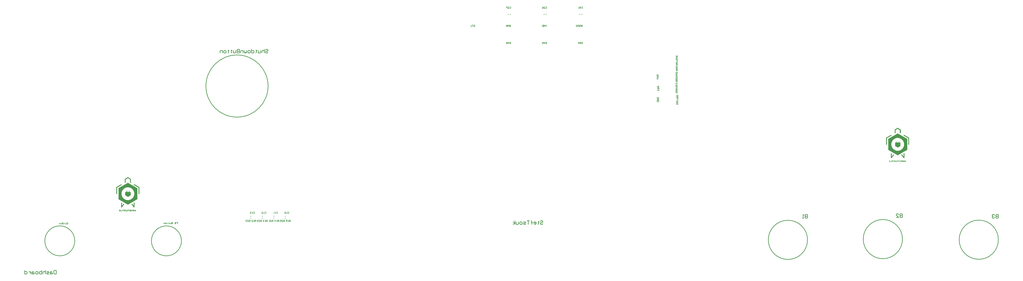
<source format=gbo>
G04*
G04 #@! TF.GenerationSoftware,Altium Limited,Altium Designer,18.0.11 (651)*
G04*
G04 Layer_Color=32896*
%FSLAX42Y42*%
%MOMM*%
G71*
G01*
G75*
%ADD12C,0.25*%
%ADD13C,0.20*%
%ADD15C,0.05*%
%ADD17C,0.15*%
D12*
X31096Y8909D02*
G03*
X31096Y8909I-629J0D01*
G01*
X26626D02*
G03*
X26626Y8909I-629J0D01*
G01*
X65342Y8957D02*
G03*
X65342Y8957I-822J0D01*
G01*
X61321Y8982D02*
G03*
X61321Y8982I-822J0D01*
G01*
X57341Y8951D02*
G03*
X57341Y8951I-822J0D01*
G01*
X34728Y15401D02*
G03*
X34728Y15401I-1303J0D01*
G01*
X25845Y7671D02*
Y7518D01*
X25768D01*
X25743Y7544D01*
Y7645D01*
X25768Y7671D01*
X25845D01*
X25667Y7620D02*
X25616D01*
X25591Y7595D01*
Y7518D01*
X25667D01*
X25692Y7544D01*
X25667Y7569D01*
X25591D01*
X25540Y7518D02*
X25464D01*
X25438Y7544D01*
X25464Y7569D01*
X25514D01*
X25540Y7595D01*
X25514Y7620D01*
X25438D01*
X25387Y7671D02*
Y7518D01*
Y7595D01*
X25362Y7620D01*
X25311D01*
X25286Y7595D01*
Y7518D01*
X25235Y7671D02*
Y7518D01*
X25159D01*
X25134Y7544D01*
Y7569D01*
Y7595D01*
X25159Y7620D01*
X25235D01*
X25057Y7518D02*
X25007D01*
X24981Y7544D01*
Y7595D01*
X25007Y7620D01*
X25057D01*
X25083Y7595D01*
Y7544D01*
X25057Y7518D01*
X24905Y7620D02*
X24854D01*
X24829Y7595D01*
Y7518D01*
X24905D01*
X24930Y7544D01*
X24905Y7569D01*
X24829D01*
X24778Y7620D02*
Y7518D01*
Y7569D01*
X24753Y7595D01*
X24727Y7620D01*
X24702D01*
X24524Y7671D02*
Y7518D01*
X24600D01*
X24626Y7544D01*
Y7595D01*
X24600Y7620D01*
X24524D01*
X46139Y9728D02*
X46165Y9754D01*
X46215D01*
X46241Y9728D01*
Y9703D01*
X46215Y9677D01*
X46165D01*
X46139Y9652D01*
Y9627D01*
X46165Y9601D01*
X46215D01*
X46241Y9627D01*
X46063Y9728D02*
Y9703D01*
X46088D01*
X46038D01*
X46063D01*
Y9627D01*
X46038Y9601D01*
X45885D02*
X45936D01*
X45961Y9627D01*
Y9677D01*
X45936Y9703D01*
X45885D01*
X45860Y9677D01*
Y9652D01*
X45961D01*
X45784Y9601D02*
Y9728D01*
Y9677D01*
X45809D01*
X45758D01*
X45784D01*
Y9728D01*
X45758Y9754D01*
X45682D02*
X45581D01*
X45631D01*
Y9601D01*
X45530D02*
X45454D01*
X45428Y9627D01*
X45454Y9652D01*
X45504D01*
X45530Y9677D01*
X45504Y9703D01*
X45428D01*
X45352Y9601D02*
X45301D01*
X45276Y9627D01*
Y9677D01*
X45301Y9703D01*
X45352D01*
X45377Y9677D01*
Y9627D01*
X45352Y9601D01*
X45225Y9703D02*
Y9627D01*
X45200Y9601D01*
X45123D01*
Y9703D01*
X45073Y9601D02*
Y9754D01*
Y9652D02*
X44997Y9703D01*
X45073Y9652D02*
X44997Y9601D01*
X65330Y10021D02*
Y9869D01*
X65254D01*
X65228Y9894D01*
Y9919D01*
X65254Y9945D01*
X65330D01*
X65254D01*
X65228Y9970D01*
Y9996D01*
X65254Y10021D01*
X65330D01*
X65178Y9996D02*
X65152Y10021D01*
X65101D01*
X65076Y9996D01*
Y9970D01*
X65101Y9945D01*
X65127D01*
X65101D01*
X65076Y9919D01*
Y9894D01*
X65101Y9869D01*
X65152D01*
X65178Y9894D01*
X61308Y10044D02*
Y9892D01*
X61232D01*
X61207Y9917D01*
Y9943D01*
X61232Y9968D01*
X61308D01*
X61232D01*
X61207Y9994D01*
Y10019D01*
X61232Y10044D01*
X61308D01*
X61054Y9892D02*
X61156D01*
X61054Y9994D01*
Y10019D01*
X61080Y10044D01*
X61131D01*
X61156Y10019D01*
X57329Y10015D02*
Y9863D01*
X57253D01*
X57227Y9888D01*
Y9914D01*
X57253Y9939D01*
X57329D01*
X57253D01*
X57227Y9965D01*
Y9990D01*
X57253Y10015D01*
X57329D01*
X57177Y9863D02*
X57126D01*
X57151D01*
Y10015D01*
X57177Y9990D01*
X34615Y16919D02*
X34641Y16944D01*
X34691D01*
X34717Y16919D01*
Y16894D01*
X34691Y16868D01*
X34641D01*
X34615Y16843D01*
Y16817D01*
X34641Y16792D01*
X34691D01*
X34717Y16817D01*
X34564Y16944D02*
Y16792D01*
Y16868D01*
X34539Y16894D01*
X34488D01*
X34463Y16868D01*
Y16792D01*
X34412Y16894D02*
Y16817D01*
X34387Y16792D01*
X34310D01*
Y16894D01*
X34234Y16919D02*
Y16894D01*
X34260D01*
X34209D01*
X34234D01*
Y16817D01*
X34209Y16792D01*
X34031Y16944D02*
Y16792D01*
X34107D01*
X34133Y16817D01*
Y16868D01*
X34107Y16894D01*
X34031D01*
X33955Y16792D02*
X33904D01*
X33879Y16817D01*
Y16868D01*
X33904Y16894D01*
X33955D01*
X33980Y16868D01*
Y16817D01*
X33955Y16792D01*
X33828Y16894D02*
Y16817D01*
X33803Y16792D01*
X33777Y16817D01*
X33752Y16792D01*
X33726Y16817D01*
Y16894D01*
X33676Y16792D02*
Y16894D01*
X33599D01*
X33574Y16868D01*
Y16792D01*
X33523Y16944D02*
Y16792D01*
X33447D01*
X33422Y16817D01*
Y16843D01*
X33447Y16868D01*
X33523D01*
X33447D01*
X33422Y16894D01*
Y16919D01*
X33447Y16944D01*
X33523D01*
X33371Y16894D02*
Y16817D01*
X33346Y16792D01*
X33269D01*
Y16894D01*
X33193Y16919D02*
Y16894D01*
X33219D01*
X33168D01*
X33193D01*
Y16817D01*
X33168Y16792D01*
X33066Y16919D02*
Y16894D01*
X33092D01*
X33041D01*
X33066D01*
Y16817D01*
X33041Y16792D01*
X32939D02*
X32889D01*
X32863Y16817D01*
Y16868D01*
X32889Y16894D01*
X32939D01*
X32965Y16868D01*
Y16817D01*
X32939Y16792D01*
X32812D02*
Y16894D01*
X32736D01*
X32711Y16868D01*
Y16792D01*
D13*
X34944Y9857D02*
X34984D01*
X34944Y9942D02*
X34984D01*
X47798Y18395D02*
Y18435D01*
X47883Y18395D02*
Y18435D01*
X44793Y18395D02*
Y18435D01*
X44878Y18395D02*
Y18435D01*
X46296Y18395D02*
Y18435D01*
X46381Y18395D02*
Y18435D01*
X35426Y9942D02*
X35466D01*
X35426Y9857D02*
X35466D01*
X34463Y9942D02*
X34503D01*
X34463Y9857D02*
X34503D01*
X33982Y9942D02*
X34022D01*
X33982Y9857D02*
X34022D01*
D15*
X28838Y11578D02*
X28858D01*
X28832Y11573D02*
X28863D01*
X28822Y11568D02*
X28868D01*
X28817Y11563D02*
X28878D01*
X28807Y11558D02*
X28883D01*
X28797Y11553D02*
X28893D01*
X28848Y11548D02*
X28904D01*
X28787D02*
X28843D01*
X28858Y11543D02*
X28909D01*
X28782D02*
X28838D01*
X28777Y11538D02*
X28827D01*
X28766Y11533D02*
X28817D01*
X28756Y11527D02*
X28812D01*
X28746Y11522D02*
X28807D01*
X28924Y11502D02*
X28970D01*
X28934Y11497D02*
X28970D01*
X28939Y11492D02*
X28970D01*
X28939Y11487D02*
X28970D01*
X28939Y11482D02*
X28970D01*
X28939Y11477D02*
X28970D01*
X28939Y11472D02*
X28970D01*
X28939Y11467D02*
X28970D01*
X28939Y11461D02*
X28970D01*
X28939Y11456D02*
X28970D01*
X28939Y11451D02*
X28970D01*
X28939Y11446D02*
X28970D01*
X28939Y11441D02*
X28970D01*
X28939Y11436D02*
X28970D01*
X28939Y11431D02*
X28970D01*
X28939Y11426D02*
X28970D01*
X28939Y11421D02*
X28970D01*
X28939Y11416D02*
X28970D01*
X28939Y11411D02*
X28970D01*
X28939Y11406D02*
X28970D01*
X28939Y11400D02*
X28970D01*
X28939Y11395D02*
X28970D01*
X28939Y11390D02*
X28970D01*
X28939Y11385D02*
X28970D01*
X28939Y11380D02*
X28970D01*
X28939Y11375D02*
X28970D01*
X28939Y11370D02*
X28970D01*
X28939Y11365D02*
X28970D01*
X28944Y11360D02*
X28964D01*
X28731Y11512D02*
X28787D01*
X28726Y11507D02*
X28777D01*
X28726Y11502D02*
X28771D01*
X28726Y11497D02*
X28761D01*
X28726Y11492D02*
X28756D01*
X28726Y11487D02*
X28751D01*
X28726Y11482D02*
X28751D01*
X28726Y11477D02*
X28751D01*
X28726Y11472D02*
X28751D01*
X28726Y11467D02*
X28751D01*
X28726Y11461D02*
X28751D01*
X28726Y11456D02*
X28751D01*
X28726Y11451D02*
X28751D01*
X28726Y11446D02*
X28751D01*
X28726Y11441D02*
X28751D01*
X28726Y11436D02*
X28751D01*
X28726Y11431D02*
X28751D01*
X28726Y11426D02*
X28751D01*
X28726Y11421D02*
X28751D01*
X28726Y11416D02*
X28751D01*
X28726Y11411D02*
X28751D01*
X28726Y11406D02*
X28751D01*
X28726Y11400D02*
X28751D01*
X28726Y11395D02*
X28751D01*
X28726Y11390D02*
X28751D01*
X28726Y11385D02*
X28751D01*
X28726Y11380D02*
X28751D01*
X28726Y11375D02*
X28751D01*
X28726Y11370D02*
X28751D01*
X28726Y11365D02*
X28751D01*
X28726Y11360D02*
X28751D01*
X28838Y11340D02*
X28858D01*
X28827Y11334D02*
X28863D01*
X28822Y11329D02*
X28873D01*
X28812Y11324D02*
X28878D01*
X28802Y11319D02*
X28888D01*
X29122Y11248D02*
X29178D01*
X29132Y11243D02*
X29188D01*
X29137Y11238D02*
X29193D01*
X29147Y11233D02*
X29203D01*
X29152Y11228D02*
X29213D01*
X29168Y11223D02*
X29224D01*
X29173Y11218D02*
X29229D01*
X29183Y11213D02*
X29239D01*
X29193Y11207D02*
X29244D01*
X29203Y11202D02*
X29254D01*
X29208Y11197D02*
X29264D01*
X29218Y11192D02*
X29274D01*
X29224Y11187D02*
X29279D01*
X29234Y11182D02*
X29295D01*
X29244Y11177D02*
X29300D01*
X29254Y11172D02*
X29310D01*
X29259Y11167D02*
X29315D01*
X28787Y11309D02*
X28909D01*
X28558Y11279D02*
X28578D01*
X28553Y11273D02*
X28583D01*
X28543Y11268D02*
X28583D01*
X28533Y11263D02*
X28583D01*
X28523Y11258D02*
X28578D01*
X28517Y11253D02*
X28573D01*
X28446Y11213D02*
X28502D01*
X28436Y11207D02*
X28492D01*
X28431Y11202D02*
X28482D01*
X28421Y11197D02*
X28477D01*
X28411Y11192D02*
X28467D01*
X28401Y11187D02*
X28457D01*
X28390Y11182D02*
X28446D01*
X28380Y11177D02*
X28441D01*
X28375Y11172D02*
X28431D01*
X28370Y11167D02*
X28421D01*
X28365Y11162D02*
X28416D01*
X28365Y11157D02*
X28406D01*
X28365Y11152D02*
X28401D01*
X28365Y11146D02*
X28390D01*
X28365Y11141D02*
X28390D01*
X28365Y11136D02*
X28390D01*
X28365Y11131D02*
X28390D01*
X28365Y11126D02*
X28390D01*
X28365Y11121D02*
X28390D01*
X28365Y11116D02*
X28390D01*
X28893Y11014D02*
X28904D01*
X28802D02*
X28812D01*
X28893Y11009D02*
X28909D01*
X28802D02*
X28812D01*
X28893Y11004D02*
X28909D01*
X28802D02*
X28812D01*
X28893Y10999D02*
X28904D01*
X28802D02*
X28812D01*
X28893Y10994D02*
X28904D01*
X28802D02*
X28812D01*
X28893Y10989D02*
X28904D01*
X28802D02*
X28812D01*
X28893Y10984D02*
X28904D01*
X28802D02*
X28812D01*
X28893Y10979D02*
X28904D01*
X28802D02*
X28812D01*
X28893Y10974D02*
X28904D01*
X28802D02*
X28812D01*
X28893Y10969D02*
X28904D01*
X28802D02*
X28812D01*
X28893Y10964D02*
X28904D01*
X28802D02*
X28812D01*
X28365Y11106D02*
X28390D01*
X28365Y11101D02*
X28390D01*
X28365Y11096D02*
X28390D01*
X28365Y11091D02*
X28390D01*
X28365Y11086D02*
X28390D01*
X28365Y11080D02*
X28390D01*
X28365Y11075D02*
X28390D01*
X28365Y11070D02*
X28390D01*
X28365Y11065D02*
X28390D01*
X28365Y11060D02*
X28390D01*
X28365Y11055D02*
X28390D01*
X28365Y11050D02*
X28390D01*
X28365Y11045D02*
X28390D01*
X28365Y11040D02*
X28390D01*
X28365Y11035D02*
X28390D01*
X28365Y11030D02*
X28390D01*
X28365Y11025D02*
X28390D01*
X28365Y11019D02*
X28390D01*
X28365Y11014D02*
X28390D01*
X28365Y11009D02*
X28390D01*
X28365Y11004D02*
X28390D01*
X28365Y10999D02*
X28390D01*
X28365Y10994D02*
X28390D01*
X28365Y10989D02*
X28390D01*
X28365Y10984D02*
X28390D01*
X28365Y10979D02*
X28390D01*
X28365Y10974D02*
X28390D01*
X28365Y10969D02*
X28390D01*
X28365Y10964D02*
X28390D01*
X28365Y10959D02*
X28390D01*
X28365Y10953D02*
X28390D01*
X28365Y10948D02*
X28390D01*
X28365Y10943D02*
X28390D01*
X28365Y10938D02*
X28390D01*
X28365Y10933D02*
X28390D01*
X28365Y10928D02*
X28390D01*
X28365Y10923D02*
X28390D01*
X28365Y10918D02*
X28390D01*
X28365Y10913D02*
X28390D01*
X28797Y10791D02*
X28904D01*
X28807Y10786D02*
X28898D01*
X28812Y10781D02*
X28888D01*
X28822Y10776D02*
X28883D01*
X28832Y10771D02*
X28873D01*
X28838Y10765D02*
X28863D01*
X28843Y10760D02*
X28858D01*
X28365Y10903D02*
X28390D01*
X28365Y10898D02*
X28390D01*
X28365Y10892D02*
X28390D01*
X28365Y10887D02*
X28390D01*
X28365Y10882D02*
X28390D01*
X28457Y10847D02*
X28487D01*
X28568Y10506D02*
X28589D01*
X29015Y10461D02*
X29031D01*
X29010Y10456D02*
X29031D01*
X29010Y10451D02*
X29036D01*
X29010Y10445D02*
X29041D01*
X29010Y10440D02*
X29046D01*
X29015Y10435D02*
X29046D01*
X29015Y10430D02*
X29051D01*
X29020Y10425D02*
X29056D01*
X29025Y10420D02*
X29061D01*
X29025Y10415D02*
X29061D01*
X29031Y10410D02*
X29066D01*
X29036Y10405D02*
X29071D01*
X29041Y10400D02*
X29076D01*
X29046Y10395D02*
X29076D01*
X29046Y10390D02*
X29081D01*
X29051Y10384D02*
X29086D01*
X29056Y10379D02*
X29092D01*
X29102Y10318D02*
X29112D01*
X28782Y10471D02*
X28909D01*
X28797Y10466D02*
X28898D01*
X28802Y10461D02*
X28893D01*
X28812Y10456D02*
X28883D01*
X28817Y10451D02*
X28873D01*
X28827Y10445D02*
X28868D01*
X28838Y10440D02*
X28858D01*
X28568Y10496D02*
X28594D01*
X28568Y10491D02*
X28594D01*
X28568Y10486D02*
X28594D01*
X28568Y10481D02*
X28594D01*
X28568Y10476D02*
X28594D01*
X28568Y10471D02*
X28594D01*
X28568Y10466D02*
X28594D01*
X28568Y10461D02*
X28594D01*
X28655Y10456D02*
X28680D01*
X28568D02*
X28594D01*
X28655Y10451D02*
X28680D01*
X28568D02*
X28594D01*
X28650Y10445D02*
X28680D01*
X28568D02*
X28594D01*
X28644Y10440D02*
X28680D01*
X28568D02*
X28594D01*
X28644Y10435D02*
X28680D01*
X28568D02*
X28594D01*
X28639Y10430D02*
X28675D01*
X28568D02*
X28594D01*
X28634Y10425D02*
X28670D01*
X28568D02*
X28594D01*
X28629Y10420D02*
X28665D01*
X28568D02*
X28594D01*
X28629Y10415D02*
X28665D01*
X28568D02*
X28594D01*
X28624Y10410D02*
X28660D01*
X28568D02*
X28594D01*
X28619Y10405D02*
X28655D01*
X28568D02*
X28594D01*
X28614Y10400D02*
X28650D01*
X28568D02*
X28594D01*
X28614Y10395D02*
X28650D01*
X28568D02*
X28594D01*
X28609Y10390D02*
X28644D01*
X28568D02*
X28594D01*
X28604Y10384D02*
X28639D01*
X28568D02*
X28594D01*
X28599Y10379D02*
X28634D01*
X28568D02*
X28594D01*
X28599Y10374D02*
X28629D01*
X28568D02*
X28594D01*
X28568Y10369D02*
X28629D01*
X28568Y10364D02*
X28624D01*
X28568Y10359D02*
X28619D01*
X28568Y10354D02*
X28619D01*
X28568Y10349D02*
X28614D01*
X28568Y10344D02*
X28609D01*
X28568Y10339D02*
X28604D01*
X28568Y10334D02*
X28604D01*
X28568Y10329D02*
X28599D01*
X28568Y10324D02*
X28594D01*
X28568Y10318D02*
X28589D01*
X29147Y10212D02*
X29158D01*
X29142Y10207D02*
X29163D01*
X29137Y10202D02*
X29163D01*
X29158Y10197D02*
X29168D01*
X29137D02*
X29147D01*
X29158Y10191D02*
X29168D01*
X29132D02*
X29147D01*
X29163Y10186D02*
X29173D01*
X29132D02*
X29142D01*
X29163Y10181D02*
X29173D01*
X29127D02*
X29142D01*
X29127Y10176D02*
X29178D01*
X29122Y10171D02*
X29178D01*
X29168Y10166D02*
X29183D01*
X29122D02*
X29132D01*
X29173Y10161D02*
X29183D01*
X29178Y10156D02*
X29183D01*
X29046Y10212D02*
X29097D01*
X29010D02*
X29015D01*
X28929D02*
X28975D01*
X29041Y10207D02*
X29102D01*
X29005D02*
X29020D01*
X28924D02*
X28980D01*
X29086Y10202D02*
X29102D01*
X29041D02*
X29056D01*
X29005D02*
X29020D01*
X28970D02*
X28980D01*
X28924D02*
X28934D01*
X29086Y10197D02*
X29102D01*
X29041D02*
X29051D01*
X29005D02*
X29020D01*
X28970D02*
X28980D01*
X28924D02*
X28929D01*
X29086Y10191D02*
X29102D01*
X29041D02*
X29051D01*
X29005D02*
X29020D01*
X28970D02*
X28980D01*
X29086Y10186D02*
X29102D01*
X29076D02*
X29081D01*
X29041D02*
X29056D01*
X29005D02*
X29020D01*
X28924D02*
X28980D01*
X29041Y10181D02*
X29097D01*
X29005D02*
X29020D01*
X28924D02*
X28975D01*
X29081Y10176D02*
X29097D01*
X29056D02*
X29076D01*
X29005D02*
X29020D01*
X28924D02*
X28934D01*
X29086Y10171D02*
X29102D01*
X29056D02*
X29066D01*
X29005D02*
X29020D01*
X28970D02*
X28980D01*
X28919D02*
X28934D01*
X29086Y10166D02*
X29102D01*
X29046D02*
X29061D01*
X29005D02*
X29020D01*
X28970D02*
X28985D01*
X28924D02*
X28934D01*
X29086Y10161D02*
X29102D01*
X29041D02*
X29056D01*
X29005D02*
X29020D01*
X28924D02*
X28980D01*
X29092Y10156D02*
X29097D01*
X29041D02*
X29051D01*
X29010D02*
X29015D01*
X28929D02*
X28975D01*
X28848Y10212D02*
X28909D01*
X28827D02*
X28832D01*
X28777D02*
X28782D01*
X28848Y10207D02*
X28909D01*
X28822D02*
X28838D01*
X28777D02*
X28787D01*
X28873Y10202D02*
X28888D01*
X28822D02*
X28838D01*
X28777D02*
X28787D01*
X28736D02*
X28746D01*
X28873Y10197D02*
X28883D01*
X28822D02*
X28838D01*
X28777D02*
X28787D01*
X28736D02*
X28746D01*
X28873Y10191D02*
X28883D01*
X28822D02*
X28832D01*
X28777D02*
X28787D01*
X28736D02*
X28746D01*
X28873Y10186D02*
X28883D01*
X28822D02*
X28838D01*
X28777D02*
X28787D01*
X28736D02*
X28746D01*
X28873Y10181D02*
X28883D01*
X28822D02*
X28832D01*
X28777D02*
X28787D01*
X28873Y10176D02*
X28883D01*
X28822D02*
X28832D01*
X28777D02*
X28787D01*
X28731D02*
X28746D01*
X28873Y10171D02*
X28883D01*
X28822D02*
X28838D01*
X28777D02*
X28787D01*
X28736D02*
X28746D01*
X28873Y10166D02*
X28883D01*
X28822D02*
X28832D01*
X28777D02*
X28787D01*
X28736D02*
X28746D01*
X28873Y10161D02*
X28883D01*
X28777D02*
X28832D01*
X28736D02*
X28751D01*
X28873Y10156D02*
X28883D01*
X28777D02*
X28827D01*
X28736D02*
X28746D01*
X28619Y10212D02*
X28680D01*
X28594D02*
X28604D01*
X28619Y10207D02*
X28680D01*
X28594D02*
X28604D01*
X28690Y10202D02*
X28700D01*
X28644D02*
X28655D01*
X28619D02*
X28629D01*
X28594D02*
X28604D01*
X28523D02*
X28533D01*
X28690Y10197D02*
X28700D01*
X28644D02*
X28655D01*
X28594D02*
X28604D01*
X28523D02*
X28533D01*
X28690Y10191D02*
X28700D01*
X28644D02*
X28655D01*
X28594D02*
X28604D01*
X28523D02*
X28533D01*
X28690Y10186D02*
X28705D01*
X28644D02*
X28655D01*
X28594D02*
X28604D01*
X28644Y10181D02*
X28655D01*
X28594D02*
X28604D01*
X28644Y10176D02*
X28655D01*
X28594D02*
X28604D01*
X28523D02*
X28533D01*
X28644Y10171D02*
X28655D01*
X28594D02*
X28604D01*
X28523D02*
X28538D01*
X28644Y10166D02*
X28655D01*
X28594D02*
X28604D01*
X28523D02*
X28533D01*
X28690Y10161D02*
X28705D01*
X28644D02*
X28655D01*
X28553D02*
X28604D01*
X28690Y10156D02*
X28700D01*
X28644D02*
X28650D01*
X28553D02*
X28604D01*
X28863Y11538D02*
X28919D01*
X28873Y11533D02*
X28929D01*
X28883Y11527D02*
X28934D01*
X28888Y11522D02*
X28944D01*
X28909Y11512D02*
X28964D01*
X28914Y11507D02*
X28970D01*
X29269Y11162D02*
X29320D01*
X29274Y11157D02*
X29320D01*
X29285Y11152D02*
X29320D01*
X29295Y11146D02*
X29320D01*
X29300Y11141D02*
X29320D01*
X29295Y11136D02*
X29320D01*
X29300Y11131D02*
X29320D01*
X29300Y11126D02*
X29320D01*
X29295Y11121D02*
X29320D01*
X29295Y11116D02*
X29320D01*
X28777Y11304D02*
X28919D01*
X28766Y11299D02*
X28929D01*
X28761Y11294D02*
X28934D01*
X28751Y11289D02*
X28944D01*
X29102Y11284D02*
X29117D01*
X28741D02*
X28954D01*
X29097Y11279D02*
X29122D01*
X28736D02*
X28959D01*
X29097Y11273D02*
X29132D01*
X28726D02*
X28970D01*
X29097Y11268D02*
X29142D01*
X28716D02*
X28980D01*
X29097Y11263D02*
X29152D01*
X28705D02*
X28985D01*
X29102Y11258D02*
X29158D01*
X28700D02*
X28995D01*
X29112Y11253D02*
X29173D01*
X28690D02*
X29005D01*
X28680Y11248D02*
X29015D01*
X28507D02*
X28563D01*
X28675Y11243D02*
X29020D01*
X28497D02*
X28553D01*
X28665Y11238D02*
X29031D01*
X28487D02*
X28543D01*
X28655Y11233D02*
X29041D01*
X28482D02*
X28538D01*
X28644Y11228D02*
X29051D01*
X28472D02*
X28528D01*
X28634Y11223D02*
X29056D01*
X28462D02*
X28517D01*
X28629Y11218D02*
X29066D01*
X28451D02*
X28507D01*
X28619Y11213D02*
X29076D01*
X28614Y11207D02*
X29081D01*
X28604Y11202D02*
X29092D01*
X28594Y11197D02*
X29102D01*
X28583Y11192D02*
X29112D01*
X28573Y11187D02*
X29117D01*
X28568Y11182D02*
X29127D01*
X28558Y11177D02*
X29137D01*
X28553Y11172D02*
X29147D01*
X28543Y11167D02*
X29152D01*
X28848Y11162D02*
X29163D01*
X28533D02*
X28838D01*
X28898Y11157D02*
X29173D01*
X28523D02*
X28792D01*
X28924Y11152D02*
X29183D01*
X28512D02*
X28771D01*
X28939Y11146D02*
X29188D01*
X28507D02*
X28756D01*
X28949Y11141D02*
X29198D01*
X28497D02*
X28746D01*
X28959Y11136D02*
X29208D01*
X28487D02*
X28731D01*
X28482Y11131D02*
X28726D01*
X28472Y11126D02*
X28716D01*
X28462Y11121D02*
X28705D01*
X28457Y11116D02*
X28695D01*
X29295Y11106D02*
X29320D01*
X29295Y11101D02*
X29320D01*
X29295Y11096D02*
X29320D01*
X29295Y11091D02*
X29320D01*
X29295Y11086D02*
X29320D01*
X29295Y11080D02*
X29320D01*
X29295Y11075D02*
X29320D01*
X29295Y11070D02*
X29320D01*
X29295Y11065D02*
X29320D01*
X29295Y11060D02*
X29320D01*
X29295Y11055D02*
X29320D01*
X29295Y11050D02*
X29320D01*
X29295Y11045D02*
X29320D01*
X29295Y11040D02*
X29320D01*
X29295Y11035D02*
X29320D01*
X29295Y11030D02*
X29320D01*
X29295Y11025D02*
X29320D01*
X29295Y11019D02*
X29320D01*
X29295Y11014D02*
X29320D01*
X29295Y11009D02*
X29320D01*
X29295Y11004D02*
X29320D01*
X29300Y10999D02*
X29320D01*
X29300Y10994D02*
X29320D01*
X29300Y10989D02*
X29320D01*
X29300Y10984D02*
X29320D01*
X29300Y10979D02*
X29320D01*
X29300Y10974D02*
X29320D01*
X29300Y10969D02*
X29320D01*
X29300Y10964D02*
X29320D01*
X29295Y10959D02*
X29320D01*
X29295Y10953D02*
X29320D01*
X29295Y10948D02*
X29320D01*
X29295Y10943D02*
X29320D01*
X29295Y10938D02*
X29320D01*
X29295Y10933D02*
X29320D01*
X29295Y10928D02*
X29320D01*
X29295Y10923D02*
X29320D01*
X29295Y10918D02*
X29320D01*
X29295Y10913D02*
X29320D01*
X28457Y11106D02*
X28685D01*
X28457Y11101D02*
X28675D01*
X28457Y11096D02*
X28670D01*
X28451Y11091D02*
X28665D01*
X28451Y11086D02*
X28660D01*
X28457Y11080D02*
X28655D01*
X28457Y11075D02*
X28650D01*
X28457Y11070D02*
X28644D01*
X28457Y11065D02*
X28639D01*
X28457Y11060D02*
X28634D01*
X28457Y11055D02*
X28634D01*
X28457Y11050D02*
X28629D01*
X28457Y11045D02*
X28624D01*
X28457Y11040D02*
X28619D01*
X28457Y11035D02*
X28619D01*
X28457Y11030D02*
X28614D01*
X28457Y11025D02*
X28614D01*
X28457Y11019D02*
X28609D01*
X28457Y11014D02*
X28609D01*
X28457Y11009D02*
X28604D01*
X28457Y11004D02*
X28599D01*
X28457Y10999D02*
X28599D01*
X28457Y10994D02*
X28599D01*
X28457Y10989D02*
X28594D01*
X28457Y10984D02*
X28594D01*
X28457Y10979D02*
X28594D01*
X28457Y10974D02*
X28589D01*
X28457Y10969D02*
X28589D01*
X28457Y10964D02*
X28589D01*
X28741Y10959D02*
X28959D01*
X28457D02*
X28583D01*
X28741Y10953D02*
X28959D01*
X28457D02*
X28583D01*
X28741Y10948D02*
X28959D01*
X28457D02*
X28583D01*
X28741Y10943D02*
X28959D01*
X28457D02*
X28583D01*
X28741Y10938D02*
X28959D01*
X28457D02*
X28578D01*
X28741Y10933D02*
X28959D01*
X28457D02*
X28578D01*
X28741Y10928D02*
X28959D01*
X28457D02*
X28578D01*
X28741Y10923D02*
X28959D01*
X28457D02*
X28578D01*
X28741Y10918D02*
X28959D01*
X28457D02*
X28578D01*
X28741Y10913D02*
X28959D01*
X28457D02*
X28578D01*
X29295Y10903D02*
X29320D01*
X29300Y10898D02*
X29320D01*
X29295Y10892D02*
X29320D01*
X29295Y10887D02*
X29320D01*
X29300Y10882D02*
X29320D01*
X28741Y10903D02*
X28959D01*
X28457D02*
X28578D01*
X28741Y10898D02*
X28959D01*
X28457D02*
X28578D01*
X28741Y10892D02*
X28959D01*
X28457D02*
X28578D01*
X28741Y10887D02*
X28959D01*
X28457D02*
X28578D01*
X28741Y10882D02*
X28959D01*
X28457D02*
X28578D01*
X28741Y10877D02*
X28959D01*
X28457D02*
X28578D01*
X28741Y10872D02*
X28959D01*
X28457D02*
X28578D01*
X28741Y10867D02*
X28959D01*
X28457D02*
X28578D01*
X28741Y10862D02*
X28959D01*
X28457D02*
X28578D01*
X28741Y10857D02*
X28959D01*
X28457D02*
X28578D01*
X28741Y10852D02*
X28959D01*
X28457D02*
X28578D01*
X28741Y10847D02*
X28959D01*
X28492D02*
X28578D01*
X28741Y10842D02*
X28959D01*
X28457D02*
X28578D01*
X28741Y10837D02*
X28959D01*
X28457D02*
X28578D01*
X28741Y10832D02*
X28959D01*
X28457D02*
X28583D01*
X28741Y10826D02*
X28959D01*
X28457D02*
X28583D01*
X28746Y10821D02*
X28954D01*
X28457D02*
X28583D01*
X28756Y10816D02*
X28944D01*
X28457D02*
X28583D01*
X28761Y10811D02*
X28939D01*
X28457D02*
X28589D01*
X28771Y10806D02*
X28929D01*
X28457D02*
X28589D01*
X28782Y10801D02*
X28919D01*
X28457D02*
X28589D01*
X28787Y10796D02*
X28914D01*
X28457D02*
X28594D01*
X28457Y10791D02*
X28594D01*
X28457Y10786D02*
X28599D01*
X28457Y10781D02*
X28599D01*
X28457Y10776D02*
X28599D01*
X28457Y10771D02*
X28604D01*
X28457Y10765D02*
X28609D01*
X28457Y10760D02*
X28609D01*
X28457Y10755D02*
X28614D01*
X28457Y10750D02*
X28614D01*
X28457Y10745D02*
X28619D01*
X28457Y10740D02*
X28619D01*
X28457Y10735D02*
X28624D01*
X28457Y10730D02*
X28629D01*
X28457Y10725D02*
X28634D01*
X28457Y10720D02*
X28634D01*
X28457Y10715D02*
X28639D01*
X28457Y10710D02*
X28644D01*
X28457Y10699D02*
X28655D01*
X28457Y10694D02*
X28660D01*
X28457Y10689D02*
X28665D01*
X28457Y10684D02*
X28670D01*
X28457Y10679D02*
X28675D01*
X28451Y10674D02*
X28685D01*
X28451Y10669D02*
X28690D01*
X28451Y10664D02*
X28695D01*
X28457Y10659D02*
X28705D01*
X28467Y10654D02*
X28716D01*
X28477Y10649D02*
X28726D01*
X28964Y10644D02*
X29213D01*
X28482D02*
X28731D01*
X28949Y10638D02*
X29198D01*
X28492D02*
X28746D01*
X28939Y10633D02*
X29193D01*
X28502D02*
X28756D01*
X28919Y10628D02*
X29183D01*
X28512D02*
X28771D01*
X28898Y10623D02*
X29173D01*
X28517D02*
X28792D01*
X28863Y10618D02*
X29163D01*
X28528D02*
X28838D01*
X28538Y10613D02*
X29158D01*
X28548Y10608D02*
X29147D01*
X28553Y10603D02*
X29137D01*
X28563Y10598D02*
X29132D01*
X28573Y10593D02*
X29122D01*
X28583Y10588D02*
X29112D01*
X28589Y10583D02*
X29102D01*
X28599Y10578D02*
X29097D01*
X28609Y10572D02*
X29086D01*
X28619Y10567D02*
X29076D01*
X28624Y10562D02*
X29071D01*
X28634Y10557D02*
X29061D01*
X28644Y10552D02*
X29051D01*
X28655Y10547D02*
X29041D01*
X28660Y10542D02*
X29036D01*
X28670Y10537D02*
X29025D01*
X28680Y10532D02*
X29015D01*
X28685Y10527D02*
X29005D01*
X28695Y10522D02*
X29000D01*
X28705Y10517D02*
X28990D01*
X29102Y10511D02*
X29117D01*
X28716D02*
X28980D01*
X29097Y10506D02*
X29122D01*
X28721D02*
X28970D01*
X29097Y10496D02*
X29122D01*
X28741D02*
X28954D01*
X29097Y10491D02*
X29122D01*
X28751D02*
X28944D01*
X29097Y10486D02*
X29122D01*
X28756D02*
X28934D01*
X29097Y10481D02*
X29122D01*
X28766D02*
X28929D01*
X29097Y10476D02*
X29122D01*
X28777D02*
X28919D01*
X29097Y10471D02*
X29122D01*
X29097Y10466D02*
X29122D01*
X29097Y10461D02*
X29122D01*
X29097Y10456D02*
X29122D01*
X29097Y10451D02*
X29122D01*
X29097Y10445D02*
X29122D01*
X29097Y10440D02*
X29122D01*
X29097Y10435D02*
X29122D01*
X29097Y10430D02*
X29122D01*
X29097Y10425D02*
X29122D01*
X29097Y10420D02*
X29122D01*
X29097Y10415D02*
X29122D01*
X29097Y10410D02*
X29122D01*
X29097Y10405D02*
X29122D01*
X29097Y10400D02*
X29122D01*
X29097Y10395D02*
X29122D01*
X29097Y10390D02*
X29122D01*
X29097Y10384D02*
X29122D01*
X29097Y10379D02*
X29122D01*
X29056Y10374D02*
X29122D01*
X29061Y10369D02*
X29122D01*
X29066Y10364D02*
X29122D01*
X29071Y10359D02*
X29122D01*
X29071Y10354D02*
X29122D01*
X29081Y10349D02*
X29122D01*
X29081Y10344D02*
X29122D01*
X29086Y10339D02*
X29122D01*
X29086Y10334D02*
X29122D01*
X29092Y10329D02*
X29122D01*
X29097Y10324D02*
X29122D01*
X28695Y10212D02*
X28746D01*
X28482D02*
X28533D01*
X28690Y10207D02*
X28751D01*
X28477D02*
X28533D01*
X28497Y10186D02*
X28533D01*
X28690Y10181D02*
X28746D01*
X28497D02*
X28533D01*
X28705Y10176D02*
X28726D01*
X28700Y10171D02*
X28716D01*
X28695Y10166D02*
X28711D01*
X29117Y10161D02*
X29132D01*
X28477D02*
X28538D01*
X29117Y10156D02*
X29127D01*
X28482D02*
X28533D01*
X28970Y11131D02*
X29218D01*
X28980Y11126D02*
X29224D01*
X28990Y11121D02*
X29234D01*
X29000Y11116D02*
X29239D01*
X29010Y11106D02*
X29239D01*
X29015Y11101D02*
X29239D01*
X29025Y11096D02*
X29244D01*
X29031Y11091D02*
X29239D01*
X29036Y11086D02*
X29239D01*
X29041Y11080D02*
X29239D01*
X29046Y11075D02*
X29239D01*
X29051Y11070D02*
X29239D01*
X29056Y11065D02*
X29239D01*
X29056Y11060D02*
X29239D01*
X29061Y11055D02*
X29239D01*
X29066Y11050D02*
X29239D01*
X29071Y11045D02*
X29239D01*
X29071Y11040D02*
X29239D01*
X29076Y11035D02*
X29239D01*
X29081Y11030D02*
X29239D01*
X29081Y11025D02*
X29239D01*
X29086Y11019D02*
X29239D01*
X29086Y11014D02*
X29239D01*
X29092Y11009D02*
X29239D01*
X29092Y11004D02*
X29239D01*
X29097Y10999D02*
X29239D01*
X29097Y10994D02*
X29239D01*
X29102Y10989D02*
X29239D01*
X29102Y10984D02*
X29239D01*
X29102Y10979D02*
X29239D01*
X29107Y10974D02*
X29239D01*
X29107Y10969D02*
X29239D01*
X29107Y10964D02*
X29239D01*
X29112Y10959D02*
X29239D01*
X29112Y10953D02*
X29239D01*
X29112Y10948D02*
X29239D01*
X29112Y10943D02*
X29239D01*
X29112Y10938D02*
X29239D01*
X29117Y10933D02*
X29239D01*
X29117Y10928D02*
X29239D01*
X29117Y10923D02*
X29239D01*
X29117Y10918D02*
X29239D01*
X29117Y10913D02*
X29239D01*
X29117Y10903D02*
X29239D01*
X29117Y10898D02*
X29239D01*
X29117Y10892D02*
X29239D01*
X29117Y10887D02*
X29239D01*
X29117Y10882D02*
X29239D01*
X29117Y10877D02*
X29239D01*
X29117Y10872D02*
X29239D01*
X29117Y10867D02*
X29239D01*
X29117Y10862D02*
X29239D01*
X29117Y10857D02*
X29239D01*
X29117Y10852D02*
X29239D01*
X29117Y10847D02*
X29239D01*
X29117Y10842D02*
X29239D01*
X29112Y10837D02*
X29239D01*
X29112Y10832D02*
X29239D01*
X29112Y10826D02*
X29239D01*
X29112Y10821D02*
X29239D01*
X29107Y10816D02*
X29239D01*
X29107Y10811D02*
X29239D01*
X29107Y10806D02*
X29239D01*
X29107Y10801D02*
X29239D01*
X29102Y10796D02*
X29239D01*
X29102Y10791D02*
X29239D01*
X29097Y10786D02*
X29239D01*
X29097Y10781D02*
X29239D01*
X29092Y10776D02*
X29239D01*
X29092Y10771D02*
X29239D01*
X29086Y10765D02*
X29239D01*
X29086Y10760D02*
X29239D01*
X29081Y10755D02*
X29239D01*
X29081Y10750D02*
X29239D01*
X29076Y10745D02*
X29239D01*
X29076Y10740D02*
X29239D01*
X29071Y10735D02*
X29239D01*
X29066Y10730D02*
X29239D01*
X29061Y10725D02*
X29239D01*
X29061Y10720D02*
X29239D01*
X29056Y10715D02*
X29239D01*
X29051Y10710D02*
X29239D01*
X29041Y10699D02*
X29239D01*
X29036Y10694D02*
X29239D01*
X29031Y10689D02*
X29239D01*
X29025Y10684D02*
X29239D01*
X29020Y10679D02*
X29239D01*
X29010Y10674D02*
X29239D01*
X29005Y10669D02*
X29244D01*
X29000Y10664D02*
X29239D01*
X28990Y10659D02*
X29239D01*
X28980Y10654D02*
X29229D01*
X28970Y10649D02*
X29218D01*
X28741Y11517D02*
X28797D01*
Y11314D02*
X28898D01*
X28568Y10501D02*
X28594D01*
X28365Y11111D02*
X28390D01*
X28365Y10908D02*
X28390D01*
X28898Y11517D02*
X28954D01*
X29295Y11111D02*
X29320D01*
X29300Y10908D02*
X29320D01*
X28451Y11111D02*
X28690D01*
X28741Y10908D02*
X28959D01*
X28457D02*
X28578D01*
X28457Y10705D02*
X28650D01*
X29097Y10501D02*
X29122D01*
X28731D02*
X28964D01*
X29005Y11111D02*
X29239D01*
X29117Y10908D02*
X29239D01*
X29046Y10705D02*
X29239D01*
X61316Y12775D02*
X61510D01*
X61388Y12978D02*
X61510D01*
X61276Y13181D02*
X61510D01*
X61002Y12571D02*
X61235D01*
X61367D02*
X61393D01*
X60727Y12775D02*
X60920D01*
X60727Y12978D02*
X60849D01*
X61012D02*
X61230D01*
X60722Y13181D02*
X60961D01*
X61570Y12978D02*
X61591D01*
X61565Y13181D02*
X61591D01*
X61169Y13587D02*
X61225D01*
X60636Y12978D02*
X60661D01*
X60636Y13181D02*
X60661D01*
X60839Y12571D02*
X60864D01*
X61068Y13384D02*
X61169D01*
X61012Y13587D02*
X61068D01*
X61240Y12719D02*
X61489D01*
X61250Y12724D02*
X61499D01*
X61261Y12729D02*
X61510D01*
X61271Y12734D02*
X61510D01*
X61276Y12739D02*
X61515D01*
X61281Y12744D02*
X61510D01*
X61291Y12749D02*
X61510D01*
X61296Y12754D02*
X61510D01*
X61301Y12759D02*
X61510D01*
X61306Y12764D02*
X61510D01*
X61311Y12770D02*
X61510D01*
X61322Y12780D02*
X61510D01*
X61327Y12785D02*
X61510D01*
X61332Y12790D02*
X61510D01*
X61332Y12795D02*
X61510D01*
X61337Y12800D02*
X61510D01*
X61342Y12805D02*
X61510D01*
X61347Y12810D02*
X61510D01*
X61347Y12815D02*
X61510D01*
X61352Y12820D02*
X61510D01*
X61352Y12825D02*
X61510D01*
X61357Y12830D02*
X61510D01*
X61357Y12836D02*
X61510D01*
X61362Y12841D02*
X61510D01*
X61362Y12846D02*
X61510D01*
X61367Y12851D02*
X61510D01*
X61367Y12856D02*
X61510D01*
X61372Y12861D02*
X61510D01*
X61372Y12866D02*
X61510D01*
X61377Y12871D02*
X61510D01*
X61377Y12876D02*
X61510D01*
X61377Y12881D02*
X61510D01*
X61377Y12886D02*
X61510D01*
X61383Y12891D02*
X61510D01*
X61383Y12897D02*
X61510D01*
X61383Y12902D02*
X61510D01*
X61383Y12907D02*
X61510D01*
X61388Y12912D02*
X61510D01*
X61388Y12917D02*
X61510D01*
X61388Y12922D02*
X61510D01*
X61388Y12927D02*
X61510D01*
X61388Y12932D02*
X61510D01*
X61388Y12937D02*
X61510D01*
X61388Y12942D02*
X61510D01*
X61388Y12947D02*
X61510D01*
X61388Y12952D02*
X61510D01*
X61388Y12957D02*
X61510D01*
X61388Y12963D02*
X61510D01*
X61388Y12968D02*
X61510D01*
X61388Y12973D02*
X61510D01*
X61388Y12983D02*
X61510D01*
X61388Y12988D02*
X61510D01*
X61388Y12993D02*
X61510D01*
X61388Y12998D02*
X61510D01*
X61388Y13003D02*
X61510D01*
X61383Y13008D02*
X61510D01*
X61383Y13013D02*
X61510D01*
X61383Y13018D02*
X61510D01*
X61383Y13024D02*
X61510D01*
X61383Y13029D02*
X61510D01*
X61377Y13034D02*
X61510D01*
X61377Y13039D02*
X61510D01*
X61377Y13044D02*
X61510D01*
X61372Y13049D02*
X61510D01*
X61372Y13054D02*
X61510D01*
X61372Y13059D02*
X61510D01*
X61367Y13064D02*
X61510D01*
X61367Y13069D02*
X61510D01*
X61362Y13074D02*
X61510D01*
X61362Y13079D02*
X61510D01*
X61357Y13085D02*
X61510D01*
X61357Y13090D02*
X61510D01*
X61352Y13095D02*
X61510D01*
X61352Y13100D02*
X61510D01*
X61347Y13105D02*
X61510D01*
X61342Y13110D02*
X61510D01*
X61342Y13115D02*
X61510D01*
X61337Y13120D02*
X61510D01*
X61332Y13125D02*
X61510D01*
X61327Y13130D02*
X61510D01*
X61327Y13135D02*
X61510D01*
X61322Y13140D02*
X61510D01*
X61316Y13145D02*
X61510D01*
X61311Y13151D02*
X61510D01*
X61306Y13156D02*
X61510D01*
X61301Y13161D02*
X61510D01*
X61296Y13166D02*
X61515D01*
X61286Y13171D02*
X61510D01*
X61281Y13176D02*
X61510D01*
X61271Y13186D02*
X61510D01*
X61261Y13191D02*
X61504D01*
X61250Y13196D02*
X61494D01*
X61240Y13201D02*
X61489D01*
X60753Y12226D02*
X60803D01*
X61388D02*
X61398D01*
X60748Y12231D02*
X60808D01*
X61388D02*
X61403D01*
X60966Y12236D02*
X60981D01*
X60971Y12241D02*
X60986D01*
X60976Y12246D02*
X60996D01*
X60768Y12251D02*
X60803D01*
X60961D02*
X61017D01*
X60768Y12256D02*
X60803D01*
X60748Y12277D02*
X60803D01*
X60961D02*
X61022D01*
X60753Y12282D02*
X60803D01*
X60966D02*
X61017D01*
X61367Y12394D02*
X61393D01*
X61362Y12399D02*
X61393D01*
X61357Y12404D02*
X61393D01*
X61357Y12409D02*
X61393D01*
X61352Y12414D02*
X61393D01*
X61352Y12419D02*
X61393D01*
X61342Y12424D02*
X61393D01*
X61342Y12429D02*
X61393D01*
X61337Y12434D02*
X61393D01*
X61332Y12439D02*
X61393D01*
X61327Y12444D02*
X61393D01*
X61367Y12450D02*
X61393D01*
X61367Y12455D02*
X61393D01*
X61367Y12460D02*
X61393D01*
X61367Y12465D02*
X61393D01*
X61367Y12470D02*
X61393D01*
X61367Y12475D02*
X61393D01*
X61367Y12480D02*
X61393D01*
X61367Y12485D02*
X61393D01*
X61367Y12490D02*
X61393D01*
X61367Y12495D02*
X61393D01*
X61367Y12500D02*
X61393D01*
X61367Y12505D02*
X61393D01*
X61367Y12510D02*
X61393D01*
X61367Y12516D02*
X61393D01*
X61367Y12521D02*
X61393D01*
X61367Y12526D02*
X61393D01*
X61367Y12531D02*
X61393D01*
X61367Y12536D02*
X61393D01*
X61367Y12541D02*
X61393D01*
X61047Y12546D02*
X61189D01*
X61367D02*
X61393D01*
X61037Y12551D02*
X61200D01*
X61367D02*
X61393D01*
X61027Y12556D02*
X61205D01*
X61367D02*
X61393D01*
X61022Y12561D02*
X61215D01*
X61367D02*
X61393D01*
X61012Y12566D02*
X61225D01*
X61367D02*
X61393D01*
X60991Y12576D02*
X61240D01*
X61367D02*
X61393D01*
X60986Y12582D02*
X61250D01*
X61372D02*
X61388D01*
X60976Y12587D02*
X61261D01*
X60966Y12592D02*
X61271D01*
X60956Y12597D02*
X61276D01*
X60951Y12602D02*
X61286D01*
X60941Y12607D02*
X61296D01*
X60930Y12612D02*
X61306D01*
X60925Y12617D02*
X61311D01*
X60915Y12622D02*
X61322D01*
X60905Y12627D02*
X61332D01*
X60895Y12632D02*
X61342D01*
X60890Y12637D02*
X61347D01*
X60880Y12643D02*
X61357D01*
X60869Y12648D02*
X61367D01*
X60859Y12653D02*
X61372D01*
X60854Y12658D02*
X61383D01*
X60844Y12663D02*
X61393D01*
X60834Y12668D02*
X61403D01*
X60824Y12673D02*
X61408D01*
X60819Y12678D02*
X61418D01*
X60808Y12683D02*
X61428D01*
X60798Y12688D02*
X61108D01*
X61134D02*
X61433D01*
X60788Y12693D02*
X61062D01*
X61169D02*
X61443D01*
X60783Y12698D02*
X61042D01*
X61189D02*
X61454D01*
X60773Y12704D02*
X61027D01*
X61210D02*
X61464D01*
X60763Y12709D02*
X61017D01*
X61220D02*
X61469D01*
X60753Y12714D02*
X61002D01*
X61235D02*
X61484D01*
X60748Y12719D02*
X60996D01*
X60737Y12724D02*
X60986D01*
X60727Y12729D02*
X60976D01*
X60722Y12734D02*
X60966D01*
X60722Y12739D02*
X60961D01*
X60722Y12744D02*
X60956D01*
X60727Y12749D02*
X60946D01*
X60727Y12754D02*
X60941D01*
X60727Y12759D02*
X60935D01*
X60727Y12764D02*
X60930D01*
X60727Y12770D02*
X60925D01*
X60727Y12780D02*
X60915D01*
X60727Y12785D02*
X60910D01*
X60727Y12790D02*
X60905D01*
X60727Y12795D02*
X60905D01*
X60727Y12800D02*
X60900D01*
X60727Y12805D02*
X60895D01*
X60727Y12810D02*
X60890D01*
X60727Y12815D02*
X60890D01*
X60727Y12820D02*
X60885D01*
X60727Y12825D02*
X60885D01*
X60727Y12830D02*
X60880D01*
X60727Y12836D02*
X60880D01*
X60727Y12841D02*
X60875D01*
X60727Y12846D02*
X60869D01*
X60727Y12851D02*
X60869D01*
X60727Y12856D02*
X60869D01*
X60727Y12861D02*
X60864D01*
X60727Y12866D02*
X60864D01*
X61057D02*
X61184D01*
X60727Y12871D02*
X60859D01*
X61052D02*
X61189D01*
X60727Y12876D02*
X60859D01*
X61042D02*
X61200D01*
X60727Y12881D02*
X60859D01*
X61032D02*
X61210D01*
X60727Y12886D02*
X60854D01*
X61027D02*
X61215D01*
X60727Y12891D02*
X60854D01*
X61017D02*
X61225D01*
X60727Y12897D02*
X60854D01*
X61012D02*
X61230D01*
X60727Y12902D02*
X60854D01*
X61012D02*
X61230D01*
X60727Y12907D02*
X60849D01*
X61012D02*
X61230D01*
X60727Y12912D02*
X60849D01*
X61012D02*
X61230D01*
X60763Y12917D02*
X60849D01*
X61012D02*
X61230D01*
X60727Y12922D02*
X60849D01*
X61012D02*
X61230D01*
X60727Y12927D02*
X60849D01*
X61012D02*
X61230D01*
X60727Y12932D02*
X60849D01*
X61012D02*
X61230D01*
X60727Y12937D02*
X60849D01*
X61012D02*
X61230D01*
X60727Y12942D02*
X60849D01*
X61012D02*
X61230D01*
X60727Y12947D02*
X60849D01*
X61012D02*
X61230D01*
X60727Y12952D02*
X60849D01*
X61012D02*
X61230D01*
X60727Y12957D02*
X60849D01*
X61012D02*
X61230D01*
X60727Y12963D02*
X60849D01*
X61012D02*
X61230D01*
X60727Y12968D02*
X60849D01*
X61012D02*
X61230D01*
X60727Y12973D02*
X60849D01*
X61012D02*
X61230D01*
X61570Y12952D02*
X61591D01*
X61565Y12957D02*
X61591D01*
X61565Y12963D02*
X61591D01*
X61570Y12968D02*
X61591D01*
X61565Y12973D02*
X61591D01*
X60727Y12983D02*
X60849D01*
X61012D02*
X61230D01*
X60727Y12988D02*
X60849D01*
X61012D02*
X61230D01*
X60727Y12993D02*
X60849D01*
X61012D02*
X61230D01*
X60727Y12998D02*
X60849D01*
X61012D02*
X61230D01*
X60727Y13003D02*
X60849D01*
X61012D02*
X61230D01*
X60727Y13008D02*
X60849D01*
X61012D02*
X61230D01*
X60727Y13013D02*
X60854D01*
X61012D02*
X61230D01*
X60727Y13018D02*
X60854D01*
X61012D02*
X61230D01*
X60727Y13024D02*
X60854D01*
X61012D02*
X61230D01*
X60727Y13029D02*
X60854D01*
X61012D02*
X61230D01*
X60727Y13034D02*
X60859D01*
X60727Y13039D02*
X60859D01*
X60727Y13044D02*
X60859D01*
X60727Y13049D02*
X60864D01*
X60727Y13054D02*
X60864D01*
X60727Y13059D02*
X60864D01*
X60727Y13064D02*
X60869D01*
X60727Y13069D02*
X60869D01*
X60727Y13074D02*
X60869D01*
X60727Y13079D02*
X60875D01*
X60727Y13085D02*
X60880D01*
X60727Y13090D02*
X60880D01*
X60727Y13095D02*
X60885D01*
X60727Y13100D02*
X60885D01*
X60727Y13105D02*
X60890D01*
X60727Y13110D02*
X60890D01*
X60727Y13115D02*
X60895D01*
X60727Y13120D02*
X60900D01*
X60727Y13125D02*
X60905D01*
X60727Y13130D02*
X60905D01*
X60727Y13135D02*
X60910D01*
X60727Y13140D02*
X60915D01*
X60727Y13145D02*
X60920D01*
X60727Y13151D02*
X60925D01*
X60722Y13156D02*
X60930D01*
X60722Y13161D02*
X60935D01*
X60727Y13166D02*
X60941D01*
X60727Y13171D02*
X60946D01*
X60727Y13176D02*
X60956D01*
X61565Y12983D02*
X61591D01*
X61565Y12988D02*
X61591D01*
X61565Y12993D02*
X61591D01*
X61565Y12998D02*
X61591D01*
X61565Y13003D02*
X61591D01*
X61565Y13008D02*
X61591D01*
X61565Y13013D02*
X61591D01*
X61565Y13018D02*
X61591D01*
X61565Y13024D02*
X61591D01*
X61565Y13029D02*
X61591D01*
X61570Y13034D02*
X61591D01*
X61570Y13039D02*
X61591D01*
X61570Y13044D02*
X61591D01*
X61570Y13049D02*
X61591D01*
X61570Y13054D02*
X61591D01*
X61570Y13059D02*
X61591D01*
X61570Y13064D02*
X61591D01*
X61570Y13069D02*
X61591D01*
X61565Y13074D02*
X61591D01*
X61565Y13079D02*
X61591D01*
X61565Y13085D02*
X61591D01*
X61565Y13090D02*
X61591D01*
X61565Y13095D02*
X61591D01*
X61565Y13100D02*
X61591D01*
X61565Y13105D02*
X61591D01*
X61565Y13110D02*
X61591D01*
X61565Y13115D02*
X61591D01*
X61565Y13120D02*
X61591D01*
X61565Y13125D02*
X61591D01*
X61565Y13130D02*
X61591D01*
X61565Y13135D02*
X61591D01*
X61565Y13140D02*
X61591D01*
X61565Y13145D02*
X61591D01*
X61565Y13151D02*
X61591D01*
X61565Y13156D02*
X61591D01*
X61565Y13161D02*
X61591D01*
X61565Y13166D02*
X61591D01*
X61565Y13171D02*
X61591D01*
X61565Y13176D02*
X61591D01*
X60727Y13186D02*
X60966D01*
X60732Y13191D02*
X60976D01*
X60742Y13196D02*
X60986D01*
X60753Y13201D02*
X60996D01*
X60758Y13206D02*
X61002D01*
X61230D02*
X61479D01*
X60768Y13212D02*
X61017D01*
X61220D02*
X61469D01*
X60778Y13217D02*
X61027D01*
X61210D02*
X61459D01*
X60783Y13222D02*
X61042D01*
X61195D02*
X61454D01*
X60793Y13227D02*
X61062D01*
X61169D02*
X61443D01*
X60803Y13232D02*
X61108D01*
X61118D02*
X61433D01*
X60814Y13237D02*
X61423D01*
X60824Y13242D02*
X61418D01*
X60829Y13247D02*
X61408D01*
X60839Y13252D02*
X61398D01*
X60844Y13257D02*
X61388D01*
X60854Y13262D02*
X61383D01*
X60864Y13267D02*
X61372D01*
X60875Y13272D02*
X61362D01*
X60885Y13278D02*
X61352D01*
X60890Y13283D02*
X61347D01*
X60722Y13288D02*
X60778D01*
X60900D02*
X61337D01*
X60732Y13293D02*
X60788D01*
X60905D02*
X61327D01*
X60742Y13298D02*
X60798D01*
X60915D02*
X61322D01*
X60753Y13303D02*
X60808D01*
X60925D02*
X61311D01*
X60758Y13308D02*
X60814D01*
X60935D02*
X61301D01*
X60768Y13313D02*
X60824D01*
X60946D02*
X61291D01*
X60778Y13318D02*
X60834D01*
X60951D02*
X61286D01*
X60961Y13323D02*
X61276D01*
X61383D02*
X61443D01*
X60971Y13328D02*
X61266D01*
X61372D02*
X61428D01*
X60976Y13333D02*
X61256D01*
X61367D02*
X61423D01*
X60986Y13338D02*
X61250D01*
X61367D02*
X61413D01*
X60996Y13344D02*
X61240D01*
X61367D02*
X61403D01*
X61007Y13349D02*
X61230D01*
X61367D02*
X61393D01*
X61012Y13354D02*
X61225D01*
X61372D02*
X61388D01*
X61022Y13359D02*
X61215D01*
X61032Y13364D02*
X61205D01*
X61037Y13369D02*
X61200D01*
X61047Y13374D02*
X61189D01*
X61565Y13186D02*
X61591D01*
X61565Y13191D02*
X61591D01*
X61570Y13196D02*
X61591D01*
X61570Y13201D02*
X61591D01*
X61565Y13206D02*
X61591D01*
X61570Y13212D02*
X61591D01*
X61565Y13217D02*
X61591D01*
X61555Y13222D02*
X61591D01*
X61545Y13227D02*
X61591D01*
X61540Y13232D02*
X61591D01*
X61184Y13577D02*
X61240D01*
X61179Y13582D02*
X61235D01*
X61159Y13593D02*
X61215D01*
X61154Y13598D02*
X61205D01*
X61144Y13603D02*
X61200D01*
X61134Y13608D02*
X61189D01*
X60824Y12226D02*
X60875D01*
X60915D02*
X60920D01*
X60961D02*
X60971D01*
X60824Y12231D02*
X60875D01*
X60915D02*
X60925D01*
X60961D02*
X60976D01*
X60793Y12236D02*
X60803D01*
X60864D02*
X60875D01*
X60915D02*
X60925D01*
X60793Y12241D02*
X60808D01*
X60864D02*
X60875D01*
X60915D02*
X60925D01*
X60793Y12246D02*
X60803D01*
X60864D02*
X60875D01*
X60915D02*
X60925D01*
X60864Y12251D02*
X60875D01*
X60915D02*
X60925D01*
X60864Y12256D02*
X60875D01*
X60915D02*
X60925D01*
X60961D02*
X60976D01*
X60793Y12262D02*
X60803D01*
X60864D02*
X60875D01*
X60915D02*
X60925D01*
X60961D02*
X60971D01*
X60793Y12267D02*
X60803D01*
X60864D02*
X60875D01*
X60915D02*
X60925D01*
X60961D02*
X60971D01*
X60793Y12272D02*
X60803D01*
X60864D02*
X60875D01*
X60890D02*
X60900D01*
X60915D02*
X60925D01*
X60961D02*
X60971D01*
X60864Y12277D02*
X60875D01*
X60890D02*
X60951D01*
X60864Y12282D02*
X60875D01*
X60890D02*
X60951D01*
X61007Y12226D02*
X61017D01*
X61047D02*
X61098D01*
X61144D02*
X61154D01*
X61007Y12231D02*
X61022D01*
X61047D02*
X61103D01*
X61144D02*
X61154D01*
X61007Y12236D02*
X61017D01*
X61047D02*
X61057D01*
X61093D02*
X61103D01*
X61144D02*
X61154D01*
X61007Y12241D02*
X61017D01*
X61047D02*
X61057D01*
X61093D02*
X61108D01*
X61144D02*
X61154D01*
X61002Y12246D02*
X61017D01*
X61047D02*
X61057D01*
X61093D02*
X61103D01*
X61144D02*
X61154D01*
X61047Y12251D02*
X61057D01*
X61093D02*
X61103D01*
X61144D02*
X61154D01*
X61007Y12256D02*
X61017D01*
X61047D02*
X61057D01*
X61093D02*
X61108D01*
X61144D02*
X61154D01*
X61007Y12262D02*
X61017D01*
X61047D02*
X61057D01*
X61093D02*
X61103D01*
X61144D02*
X61154D01*
X61007Y12267D02*
X61017D01*
X61047D02*
X61057D01*
X61093D02*
X61108D01*
X61144D02*
X61154D01*
X61007Y12272D02*
X61017D01*
X61047D02*
X61057D01*
X61093D02*
X61108D01*
X61144D02*
X61159D01*
X61047Y12277D02*
X61057D01*
X61093D02*
X61108D01*
X61118D02*
X61179D01*
X61047Y12282D02*
X61052D01*
X61098D02*
X61103D01*
X61118D02*
X61179D01*
X61200Y12226D02*
X61245D01*
X61281D02*
X61286D01*
X61311D02*
X61322D01*
X61362D02*
X61367D01*
X61195Y12231D02*
X61250D01*
X61276D02*
X61291D01*
X61311D02*
X61327D01*
X61357D02*
X61372D01*
X61195Y12236D02*
X61205D01*
X61240D02*
X61256D01*
X61276D02*
X61291D01*
X61316D02*
X61332D01*
X61357D02*
X61372D01*
X61189Y12241D02*
X61205D01*
X61240D02*
X61250D01*
X61276D02*
X61291D01*
X61327D02*
X61337D01*
X61357D02*
X61372D01*
X61195Y12246D02*
X61205D01*
X61276D02*
X61291D01*
X61327D02*
X61347D01*
X61352D02*
X61367D01*
X61195Y12251D02*
X61245D01*
X61276D02*
X61291D01*
X61311D02*
X61367D01*
X61195Y12256D02*
X61250D01*
X61276D02*
X61291D01*
X61311D02*
X61327D01*
X61347D02*
X61352D01*
X61357D02*
X61372D01*
X61240Y12262D02*
X61250D01*
X61276D02*
X61291D01*
X61311D02*
X61322D01*
X61357D02*
X61372D01*
X61195Y12267D02*
X61200D01*
X61240D02*
X61250D01*
X61276D02*
X61291D01*
X61311D02*
X61322D01*
X61357D02*
X61372D01*
X61195Y12272D02*
X61205D01*
X61240D02*
X61250D01*
X61276D02*
X61291D01*
X61311D02*
X61327D01*
X61357D02*
X61372D01*
X61195Y12277D02*
X61250D01*
X61276D02*
X61291D01*
X61311D02*
X61372D01*
X61200Y12282D02*
X61245D01*
X61281D02*
X61286D01*
X61316D02*
X61367D01*
X61449Y12226D02*
X61454D01*
X61443Y12231D02*
X61454D01*
X61393Y12236D02*
X61403D01*
X61438D02*
X61454D01*
X61393Y12241D02*
X61449D01*
X61398Y12246D02*
X61449D01*
X61398Y12251D02*
X61413D01*
X61433D02*
X61443D01*
X61403Y12256D02*
X61413D01*
X61433D02*
X61443D01*
X61403Y12262D02*
X61418D01*
X61428D02*
X61438D01*
X61408Y12267D02*
X61418D01*
X61428D02*
X61438D01*
X61408Y12272D02*
X61433D01*
X61413Y12277D02*
X61433D01*
X61418Y12282D02*
X61428D01*
X60839Y12389D02*
X60859D01*
X60839Y12394D02*
X60864D01*
X60839Y12399D02*
X60869D01*
X60839Y12404D02*
X60875D01*
X60839Y12409D02*
X60875D01*
X60839Y12414D02*
X60880D01*
X60839Y12419D02*
X60885D01*
X60839Y12424D02*
X60890D01*
X60839Y12429D02*
X60890D01*
X60839Y12434D02*
X60895D01*
X60839Y12439D02*
X60900D01*
X60839Y12444D02*
X60864D01*
X60869D02*
X60900D01*
X60839Y12450D02*
X60864D01*
X60869D02*
X60905D01*
X60839Y12455D02*
X60864D01*
X60875D02*
X60910D01*
X60839Y12460D02*
X60864D01*
X60880D02*
X60915D01*
X60839Y12465D02*
X60864D01*
X60885D02*
X60920D01*
X60839Y12470D02*
X60864D01*
X60885D02*
X60920D01*
X60839Y12475D02*
X60864D01*
X60890D02*
X60925D01*
X60839Y12480D02*
X60864D01*
X60895D02*
X60930D01*
X60839Y12485D02*
X60864D01*
X60900D02*
X60935D01*
X60839Y12490D02*
X60864D01*
X60900D02*
X60935D01*
X60839Y12495D02*
X60864D01*
X60905D02*
X60941D01*
X60839Y12500D02*
X60864D01*
X60910D02*
X60946D01*
X60839Y12505D02*
X60864D01*
X60915D02*
X60951D01*
X60839Y12510D02*
X60864D01*
X60915D02*
X60951D01*
X60839Y12516D02*
X60864D01*
X60920D02*
X60951D01*
X60839Y12521D02*
X60864D01*
X60925D02*
X60951D01*
X60839Y12526D02*
X60864D01*
X60925D02*
X60951D01*
X60839Y12531D02*
X60864D01*
X60839Y12536D02*
X60864D01*
X60839Y12541D02*
X60864D01*
X60839Y12546D02*
X60864D01*
X60839Y12551D02*
X60864D01*
X60839Y12556D02*
X60864D01*
X60839Y12561D02*
X60864D01*
X60839Y12566D02*
X60864D01*
X61108Y12510D02*
X61129D01*
X61098Y12516D02*
X61139D01*
X61088Y12521D02*
X61144D01*
X61083Y12526D02*
X61154D01*
X61073Y12531D02*
X61164D01*
X61068Y12536D02*
X61169D01*
X61052Y12541D02*
X61179D01*
X61372Y12389D02*
X61383D01*
X61327Y12450D02*
X61362D01*
X61322Y12455D02*
X61357D01*
X61316Y12460D02*
X61352D01*
X61316Y12465D02*
X61347D01*
X61311Y12470D02*
X61347D01*
X61306Y12475D02*
X61342D01*
X61301Y12480D02*
X61337D01*
X61296Y12485D02*
X61332D01*
X61296Y12490D02*
X61332D01*
X61291Y12495D02*
X61327D01*
X61286Y12500D02*
X61322D01*
X61286Y12505D02*
X61316D01*
X61281Y12510D02*
X61316D01*
X61281Y12516D02*
X61311D01*
X61281Y12521D02*
X61306D01*
X61281Y12526D02*
X61301D01*
X61286Y12531D02*
X61301D01*
X60839Y12576D02*
X60859D01*
X60727Y12917D02*
X60758D01*
X60636Y12952D02*
X60661D01*
X60636Y12957D02*
X60661D01*
X60636Y12963D02*
X60661D01*
X60636Y12968D02*
X60661D01*
X60636Y12973D02*
X60661D01*
X61113Y12830D02*
X61129D01*
X61108Y12836D02*
X61134D01*
X61103Y12841D02*
X61144D01*
X61093Y12846D02*
X61154D01*
X61083Y12851D02*
X61159D01*
X61078Y12856D02*
X61169D01*
X61068Y12861D02*
X61174D01*
X60636Y12983D02*
X60661D01*
X60636Y12988D02*
X60661D01*
X60636Y12993D02*
X60661D01*
X60636Y12998D02*
X60661D01*
X60636Y13003D02*
X60661D01*
X60636Y13008D02*
X60661D01*
X60636Y13013D02*
X60661D01*
X60636Y13018D02*
X60661D01*
X60636Y13024D02*
X60661D01*
X60636Y13029D02*
X60661D01*
X60636Y13034D02*
X60661D01*
X60636Y13039D02*
X60661D01*
X60636Y13044D02*
X60661D01*
X60636Y13049D02*
X60661D01*
X60636Y13054D02*
X60661D01*
X60636Y13059D02*
X60661D01*
X60636Y13064D02*
X60661D01*
X60636Y13069D02*
X60661D01*
X60636Y13074D02*
X60661D01*
X60636Y13079D02*
X60661D01*
X60636Y13085D02*
X60661D01*
X60636Y13090D02*
X60661D01*
X60636Y13095D02*
X60661D01*
X60636Y13100D02*
X60661D01*
X60636Y13105D02*
X60661D01*
X60636Y13110D02*
X60661D01*
X60636Y13115D02*
X60661D01*
X60636Y13120D02*
X60661D01*
X60636Y13125D02*
X60661D01*
X60636Y13130D02*
X60661D01*
X60636Y13135D02*
X60661D01*
X60636Y13140D02*
X60661D01*
X60636Y13145D02*
X60661D01*
X60636Y13151D02*
X60661D01*
X60636Y13156D02*
X60661D01*
X60636Y13161D02*
X60661D01*
X60636Y13166D02*
X60661D01*
X60636Y13171D02*
X60661D01*
X60636Y13176D02*
X60661D01*
X61073Y13034D02*
X61083D01*
X61164D02*
X61174D01*
X61073Y13039D02*
X61083D01*
X61164D02*
X61174D01*
X61073Y13044D02*
X61083D01*
X61164D02*
X61174D01*
X61073Y13049D02*
X61083D01*
X61164D02*
X61174D01*
X61073Y13054D02*
X61083D01*
X61164D02*
X61174D01*
X61073Y13059D02*
X61083D01*
X61164D02*
X61174D01*
X61073Y13064D02*
X61083D01*
X61164D02*
X61174D01*
X61073Y13069D02*
X61083D01*
X61164D02*
X61174D01*
X61073Y13074D02*
X61083D01*
X61164D02*
X61179D01*
X61073Y13079D02*
X61083D01*
X61164D02*
X61179D01*
X61073Y13085D02*
X61083D01*
X61164D02*
X61174D01*
X60636Y13186D02*
X60661D01*
X60636Y13191D02*
X60661D01*
X60636Y13196D02*
X60661D01*
X60636Y13201D02*
X60661D01*
X60636Y13206D02*
X60661D01*
X60636Y13212D02*
X60661D01*
X60636Y13217D02*
X60661D01*
X60636Y13222D02*
X60671D01*
X60636Y13227D02*
X60676D01*
X60636Y13232D02*
X60687D01*
X60641Y13237D02*
X60692D01*
X60646Y13242D02*
X60702D01*
X60651Y13247D02*
X60712D01*
X60661Y13252D02*
X60717D01*
X60671Y13257D02*
X60727D01*
X60681Y13262D02*
X60737D01*
X60692Y13267D02*
X60748D01*
X60702Y13272D02*
X60753D01*
X60707Y13278D02*
X60763D01*
X60717Y13283D02*
X60773D01*
X60788Y13323D02*
X60844D01*
X60793Y13328D02*
X60849D01*
X60803Y13333D02*
X60854D01*
X60814Y13338D02*
X60854D01*
X60824Y13344D02*
X60854D01*
X60829Y13349D02*
X60849D01*
X61057Y13379D02*
X61179D01*
X61530Y13237D02*
X61586D01*
X61525Y13242D02*
X61581D01*
X61515Y13247D02*
X61570D01*
X61504Y13252D02*
X61565D01*
X61494Y13257D02*
X61550D01*
X61489Y13262D02*
X61545D01*
X61479Y13267D02*
X61535D01*
X61474Y13272D02*
X61525D01*
X61464Y13278D02*
X61515D01*
X61454Y13283D02*
X61510D01*
X61443Y13288D02*
X61499D01*
X61438Y13293D02*
X61494D01*
X61423Y13298D02*
X61484D01*
X61418Y13303D02*
X61474D01*
X61408Y13308D02*
X61464D01*
X61403Y13313D02*
X61459D01*
X61393Y13318D02*
X61449D01*
X61073Y13389D02*
X61159D01*
X61083Y13394D02*
X61149D01*
X61093Y13399D02*
X61144D01*
X61098Y13405D02*
X61134D01*
X61108Y13410D02*
X61129D01*
X60996Y13430D02*
X61022D01*
X60996Y13435D02*
X61022D01*
X60996Y13440D02*
X61022D01*
X60996Y13445D02*
X61022D01*
X60996Y13450D02*
X61022D01*
X60996Y13455D02*
X61022D01*
X60996Y13460D02*
X61022D01*
X60996Y13465D02*
X61022D01*
X60996Y13471D02*
X61022D01*
X60996Y13476D02*
X61022D01*
X60996Y13481D02*
X61022D01*
X60996Y13486D02*
X61022D01*
X60996Y13491D02*
X61022D01*
X60996Y13496D02*
X61022D01*
X60996Y13501D02*
X61022D01*
X60996Y13506D02*
X61022D01*
X60996Y13511D02*
X61022D01*
X60996Y13516D02*
X61022D01*
X60996Y13521D02*
X61022D01*
X60996Y13526D02*
X61022D01*
X60996Y13532D02*
X61022D01*
X60996Y13537D02*
X61022D01*
X60996Y13542D02*
X61022D01*
X60996Y13547D02*
X61022D01*
X60996Y13552D02*
X61022D01*
X60996Y13557D02*
X61022D01*
X60996Y13562D02*
X61027D01*
X60996Y13567D02*
X61032D01*
X60996Y13572D02*
X61042D01*
X60996Y13577D02*
X61047D01*
X61002Y13582D02*
X61057D01*
X61215Y13430D02*
X61235D01*
X61210Y13435D02*
X61240D01*
X61210Y13440D02*
X61240D01*
X61210Y13445D02*
X61240D01*
X61210Y13450D02*
X61240D01*
X61210Y13455D02*
X61240D01*
X61210Y13460D02*
X61240D01*
X61210Y13465D02*
X61240D01*
X61210Y13471D02*
X61240D01*
X61210Y13476D02*
X61240D01*
X61210Y13481D02*
X61240D01*
X61210Y13486D02*
X61240D01*
X61210Y13491D02*
X61240D01*
X61210Y13496D02*
X61240D01*
X61210Y13501D02*
X61240D01*
X61210Y13506D02*
X61240D01*
X61210Y13511D02*
X61240D01*
X61210Y13516D02*
X61240D01*
X61210Y13521D02*
X61240D01*
X61210Y13526D02*
X61240D01*
X61210Y13532D02*
X61240D01*
X61210Y13537D02*
X61240D01*
X61210Y13542D02*
X61240D01*
X61210Y13547D02*
X61240D01*
X61210Y13552D02*
X61240D01*
X61210Y13557D02*
X61240D01*
X61210Y13562D02*
X61240D01*
X61205Y13567D02*
X61240D01*
X61195Y13572D02*
X61240D01*
X61017Y13593D02*
X61078D01*
X61027Y13598D02*
X61083D01*
X61037Y13603D02*
X61088D01*
X61047Y13608D02*
X61098D01*
X61052Y13613D02*
X61108D01*
X61129D02*
X61179D01*
X61057Y13618D02*
X61113D01*
X61118D02*
X61174D01*
X61068Y13623D02*
X61164D01*
X61078Y13628D02*
X61154D01*
X61088Y13633D02*
X61149D01*
X61093Y13638D02*
X61139D01*
X61103Y13643D02*
X61134D01*
X61108Y13648D02*
X61129D01*
D17*
X51829Y16485D02*
X51899D01*
Y16520D01*
X51887Y16531D01*
X51864D01*
X51852Y16520D01*
Y16485D01*
Y16508D02*
X51829Y16531D01*
X51899Y16601D02*
X51887Y16578D01*
X51864Y16555D01*
X51840D01*
X51829Y16566D01*
Y16590D01*
X51840Y16601D01*
X51852D01*
X51864Y16590D01*
Y16555D01*
X51887Y16625D02*
X51899Y16636D01*
Y16660D01*
X51887Y16671D01*
X51875D01*
X51864Y16660D01*
X51852Y16671D01*
X51840D01*
X51829Y16660D01*
Y16636D01*
X51840Y16625D01*
X51852D01*
X51864Y16636D01*
X51875Y16625D01*
X51887D01*
X51864Y16636D02*
Y16660D01*
X51829Y16269D02*
X51899D01*
Y16304D01*
X51887Y16315D01*
X51864D01*
X51852Y16304D01*
Y16269D01*
Y16292D02*
X51829Y16315D01*
X51899Y16385D02*
X51887Y16362D01*
X51864Y16339D01*
X51840D01*
X51829Y16350D01*
Y16374D01*
X51840Y16385D01*
X51852D01*
X51864Y16374D01*
Y16339D01*
X51899Y16409D02*
Y16455D01*
X51887D01*
X51840Y16409D01*
X51829D01*
Y16040D02*
X51899D01*
Y16075D01*
X51887Y16087D01*
X51864D01*
X51852Y16075D01*
Y16040D01*
Y16063D02*
X51829Y16087D01*
X51899Y16157D02*
X51887Y16133D01*
X51864Y16110D01*
X51840D01*
X51829Y16122D01*
Y16145D01*
X51840Y16157D01*
X51852D01*
X51864Y16145D01*
Y16110D01*
X51899Y16227D02*
X51887Y16203D01*
X51864Y16180D01*
X51840D01*
X51829Y16192D01*
Y16215D01*
X51840Y16227D01*
X51852D01*
X51864Y16215D01*
Y16180D01*
X51816Y15583D02*
X51886D01*
Y15618D01*
X51874Y15630D01*
X51851D01*
X51839Y15618D01*
Y15583D01*
Y15606D02*
X51816Y15630D01*
X51874Y15653D02*
X51886Y15665D01*
Y15688D01*
X51874Y15700D01*
X51863D01*
X51851Y15688D01*
X51839Y15700D01*
X51828D01*
X51816Y15688D01*
Y15665D01*
X51828Y15653D01*
X51839D01*
X51851Y15665D01*
X51863Y15653D01*
X51874D01*
X51851Y15665D02*
Y15688D01*
X51828Y15723D02*
X51816Y15735D01*
Y15758D01*
X51828Y15770D01*
X51874D01*
X51886Y15758D01*
Y15735D01*
X51874Y15723D01*
X51863D01*
X51851Y15735D01*
Y15770D01*
X51816Y15113D02*
X51886D01*
Y15148D01*
X51874Y15160D01*
X51851D01*
X51839Y15148D01*
Y15113D01*
Y15136D02*
X51816Y15160D01*
X51874Y15183D02*
X51886Y15195D01*
Y15218D01*
X51874Y15230D01*
X51863D01*
X51851Y15218D01*
X51839Y15230D01*
X51828D01*
X51816Y15218D01*
Y15195D01*
X51828Y15183D01*
X51839D01*
X51851Y15195D01*
X51863Y15183D01*
X51874D01*
X51851Y15195D02*
Y15218D01*
X51874Y15253D02*
X51886Y15265D01*
Y15288D01*
X51874Y15300D01*
X51863D01*
X51851Y15288D01*
X51839Y15300D01*
X51828D01*
X51816Y15288D01*
Y15265D01*
X51828Y15253D01*
X51839D01*
X51851Y15265D01*
X51863Y15253D01*
X51874D01*
X51851Y15265D02*
Y15288D01*
X51841Y14637D02*
X51911D01*
Y14672D01*
X51900Y14684D01*
X51876D01*
X51865Y14672D01*
Y14637D01*
Y14660D02*
X51841Y14684D01*
X51900Y14707D02*
X51911Y14719D01*
Y14742D01*
X51900Y14754D01*
X51888D01*
X51876Y14742D01*
X51865Y14754D01*
X51853D01*
X51841Y14742D01*
Y14719D01*
X51853Y14707D01*
X51865D01*
X51876Y14719D01*
X51888Y14707D01*
X51900D01*
X51876Y14719D02*
Y14742D01*
X51911Y14777D02*
Y14824D01*
X51900D01*
X51853Y14777D01*
X51841D01*
X51816Y15799D02*
X51886D01*
Y15834D01*
X51874Y15845D01*
X51851D01*
X51839Y15834D01*
Y15799D01*
Y15822D02*
X51816Y15845D01*
X51886Y15915D02*
X51874Y15892D01*
X51851Y15869D01*
X51828D01*
X51816Y15880D01*
Y15904D01*
X51828Y15915D01*
X51839D01*
X51851Y15904D01*
Y15869D01*
X51886Y15985D02*
Y15939D01*
X51851D01*
X51863Y15962D01*
Y15974D01*
X51851Y15985D01*
X51828D01*
X51816Y15974D01*
Y15950D01*
X51828Y15939D01*
X51092Y15875D02*
X51022D01*
Y15840D01*
X51034Y15828D01*
X51057D01*
X51069Y15840D01*
Y15875D01*
Y15852D02*
X51092Y15828D01*
X51022Y15758D02*
X51034Y15782D01*
X51057Y15805D01*
X51080D01*
X51092Y15793D01*
Y15770D01*
X51080Y15758D01*
X51069D01*
X51057Y15770D01*
Y15805D01*
X51092Y15700D02*
X51022D01*
X51057Y15735D01*
Y15688D01*
X51816Y15342D02*
X51886D01*
Y15377D01*
X51875Y15388D01*
X51851D01*
X51840Y15377D01*
Y15342D01*
Y15365D02*
X51816Y15388D01*
X51886Y15458D02*
X51875Y15435D01*
X51851Y15412D01*
X51828D01*
X51816Y15423D01*
Y15447D01*
X51828Y15458D01*
X51840D01*
X51851Y15447D01*
Y15412D01*
X51875Y15482D02*
X51886Y15493D01*
Y15517D01*
X51875Y15528D01*
X51863D01*
X51851Y15517D01*
Y15505D01*
Y15517D01*
X51840Y15528D01*
X51828D01*
X51816Y15517D01*
Y15493D01*
X51828Y15482D01*
X51117Y15392D02*
X51048D01*
Y15357D01*
X51059Y15346D01*
X51083D01*
X51094Y15357D01*
Y15392D01*
Y15369D02*
X51117Y15346D01*
X51048Y15276D02*
X51059Y15299D01*
X51083Y15322D01*
X51106D01*
X51117Y15311D01*
Y15287D01*
X51106Y15276D01*
X51094D01*
X51083Y15287D01*
Y15322D01*
X51117Y15206D02*
Y15252D01*
X51071Y15206D01*
X51059D01*
X51048Y15217D01*
Y15241D01*
X51059Y15252D01*
X51854Y14872D02*
X51924D01*
Y14907D01*
X51912Y14918D01*
X51889D01*
X51877Y14907D01*
Y14872D01*
Y14895D02*
X51854Y14918D01*
X51924Y14988D02*
X51912Y14965D01*
X51889Y14942D01*
X51866D01*
X51854Y14953D01*
Y14977D01*
X51866Y14988D01*
X51877D01*
X51889Y14977D01*
Y14942D01*
X51854Y15012D02*
Y15035D01*
Y15023D01*
X51924D01*
X51912Y15012D01*
X51105Y14923D02*
X51035D01*
Y14888D01*
X51046Y14876D01*
X51070D01*
X51081Y14888D01*
Y14923D01*
Y14899D02*
X51105Y14876D01*
X51035Y14806D02*
X51046Y14829D01*
X51070Y14853D01*
X51093D01*
X51105Y14841D01*
Y14818D01*
X51093Y14806D01*
X51081D01*
X51070Y14818D01*
Y14853D01*
X51046Y14783D02*
X51035Y14771D01*
Y14748D01*
X51046Y14736D01*
X51093D01*
X51105Y14748D01*
Y14771D01*
X51093Y14783D01*
X51046D01*
X33978Y9715D02*
Y9785D01*
X33943D01*
X33931Y9774D01*
Y9750D01*
X33943Y9739D01*
X33978D01*
X33954D02*
X33931Y9715D01*
X33861D02*
X33908D01*
X33861Y9762D01*
Y9774D01*
X33873Y9785D01*
X33896D01*
X33908Y9774D01*
X33838D02*
X33826Y9785D01*
X33803D01*
X33791Y9774D01*
Y9762D01*
X33803Y9750D01*
X33814D01*
X33803D01*
X33791Y9739D01*
Y9727D01*
X33803Y9715D01*
X33826D01*
X33838Y9727D01*
X34458Y9715D02*
Y9785D01*
X34423D01*
X34411Y9774D01*
Y9750D01*
X34423Y9739D01*
X34458D01*
X34434D02*
X34411Y9715D01*
X34341D02*
X34388D01*
X34341Y9762D01*
Y9774D01*
X34353Y9785D01*
X34376D01*
X34388Y9774D01*
X34271Y9715D02*
X34318D01*
X34271Y9762D01*
Y9774D01*
X34283Y9785D01*
X34306D01*
X34318Y9774D01*
X35420Y9715D02*
Y9785D01*
X35385D01*
X35374Y9774D01*
Y9750D01*
X35385Y9739D01*
X35420D01*
X35397D02*
X35374Y9715D01*
X35304D02*
X35350D01*
X35304Y9762D01*
Y9774D01*
X35315Y9785D01*
X35339D01*
X35350Y9774D01*
X35280D02*
X35269Y9785D01*
X35245D01*
X35234Y9774D01*
Y9727D01*
X35245Y9715D01*
X35269D01*
X35280Y9727D01*
Y9774D01*
X35662Y9715D02*
Y9785D01*
X35627D01*
X35615Y9774D01*
Y9750D01*
X35627Y9739D01*
X35662D01*
X35638D02*
X35615Y9715D01*
X35592D02*
X35568D01*
X35580D01*
Y9785D01*
X35592Y9774D01*
X35487Y9785D02*
X35533D01*
Y9750D01*
X35510Y9762D01*
X35498D01*
X35487Y9750D01*
Y9727D01*
X35498Y9715D01*
X35522D01*
X35533Y9727D01*
X34699Y9715D02*
Y9785D01*
X34664D01*
X34652Y9774D01*
Y9750D01*
X34664Y9739D01*
X34699D01*
X34676D02*
X34652Y9715D01*
X34629D02*
X34606D01*
X34617D01*
Y9785D01*
X34629Y9774D01*
X34571D02*
X34559Y9785D01*
X34536D01*
X34524Y9774D01*
Y9762D01*
X34536Y9750D01*
X34547D01*
X34536D01*
X34524Y9739D01*
Y9727D01*
X34536Y9715D01*
X34559D01*
X34571Y9727D01*
X34216Y9715D02*
Y9785D01*
X34181D01*
X34170Y9774D01*
Y9750D01*
X34181Y9739D01*
X34216D01*
X34193D02*
X34170Y9715D01*
X34146D02*
X34123D01*
X34135D01*
Y9785D01*
X34146Y9774D01*
X34041Y9715D02*
X34088D01*
X34041Y9762D01*
Y9774D01*
X34053Y9785D01*
X34076D01*
X34088Y9774D01*
X34111Y10109D02*
X34123Y10121D01*
X34146D01*
X34158Y10109D01*
Y10062D01*
X34146Y10051D01*
X34123D01*
X34111Y10062D01*
X34088Y10051D02*
X34065D01*
X34076D01*
Y10121D01*
X34088Y10109D01*
X34030D02*
X34018Y10121D01*
X33995D01*
X33983Y10109D01*
Y10097D01*
X33995Y10086D01*
X34006D01*
X33995D01*
X33983Y10074D01*
Y10062D01*
X33995Y10051D01*
X34018D01*
X34030Y10062D01*
X34591Y10109D02*
X34603Y10121D01*
X34626D01*
X34638Y10109D01*
Y10062D01*
X34626Y10051D01*
X34603D01*
X34591Y10062D01*
X34568Y10051D02*
X34545D01*
X34556D01*
Y10121D01*
X34568Y10109D01*
X34463Y10051D02*
X34510D01*
X34463Y10097D01*
Y10109D01*
X34475Y10121D01*
X34498D01*
X34510Y10109D01*
X35554D02*
X35566Y10121D01*
X35589D01*
X35601Y10109D01*
Y10062D01*
X35589Y10051D01*
X35566D01*
X35554Y10062D01*
X35531Y10051D02*
X35507D01*
X35519D01*
Y10121D01*
X35531Y10109D01*
X35472D02*
X35461Y10121D01*
X35437D01*
X35426Y10109D01*
Y10062D01*
X35437Y10051D01*
X35461D01*
X35472Y10062D01*
Y10109D01*
X44895Y17959D02*
Y17889D01*
X44860D01*
X44848Y17901D01*
Y17913D01*
X44860Y17924D01*
X44895D01*
X44860D01*
X44848Y17936D01*
Y17948D01*
X44860Y17959D01*
X44895D01*
X44825Y17889D02*
Y17959D01*
X44801Y17936D01*
X44778Y17959D01*
Y17889D01*
X44708Y17948D02*
X44720Y17959D01*
X44743D01*
X44755Y17948D01*
Y17936D01*
X44743Y17924D01*
X44720D01*
X44708Y17913D01*
Y17901D01*
X44720Y17889D01*
X44743D01*
X44755Y17901D01*
X47902Y17959D02*
Y17889D01*
X47867D01*
X47855Y17901D01*
Y17913D01*
X47867Y17924D01*
X47902D01*
X47867D01*
X47855Y17936D01*
Y17948D01*
X47867Y17959D01*
X47902D01*
X47785Y17948D02*
X47797Y17959D01*
X47820D01*
X47832Y17948D01*
Y17936D01*
X47820Y17924D01*
X47797D01*
X47785Y17913D01*
Y17901D01*
X47797Y17889D01*
X47820D01*
X47832Y17901D01*
X47762Y17889D02*
Y17959D01*
X47727D01*
X47715Y17948D01*
Y17924D01*
X47727Y17913D01*
X47762D01*
X47692Y17959D02*
Y17889D01*
X47657D01*
X47645Y17901D01*
Y17948D01*
X47657Y17959D01*
X47692D01*
X26293Y9660D02*
X26305Y9671D01*
X26328D01*
X26340Y9660D01*
Y9648D01*
X26328Y9636D01*
X26305D01*
X26293Y9625D01*
Y9613D01*
X26305Y9601D01*
X26328D01*
X26340Y9613D01*
X26258Y9660D02*
Y9648D01*
X26270D01*
X26246D01*
X26258D01*
Y9613D01*
X26246Y9601D01*
X26212Y9648D02*
Y9601D01*
Y9625D01*
X26200Y9636D01*
X26188Y9648D01*
X26177D01*
X26142Y9671D02*
Y9601D01*
X26107D01*
X26095Y9613D01*
Y9625D01*
X26107Y9636D01*
X26142D01*
X26107D01*
X26095Y9648D01*
Y9660D01*
X26107Y9671D01*
X26142D01*
X26060Y9660D02*
Y9648D01*
X26072D01*
X26048D01*
X26060D01*
Y9613D01*
X26048Y9601D01*
X26013D02*
Y9648D01*
X25978D01*
X25967Y9636D01*
Y9601D01*
X46362Y18710D02*
X46373Y18721D01*
X46397D01*
X46408Y18710D01*
Y18663D01*
X46397Y18651D01*
X46373D01*
X46362Y18663D01*
X46292Y18651D02*
X46338D01*
X46292Y18698D01*
Y18710D01*
X46303Y18721D01*
X46327D01*
X46338Y18710D01*
X46222Y18721D02*
X46245Y18710D01*
X46268Y18686D01*
Y18663D01*
X46257Y18651D01*
X46233D01*
X46222Y18663D01*
Y18675D01*
X46233Y18686D01*
X46268D01*
X44858Y18710D02*
X44870Y18721D01*
X44893D01*
X44905Y18710D01*
Y18663D01*
X44893Y18651D01*
X44870D01*
X44858Y18663D01*
X44788Y18651D02*
X44835D01*
X44788Y18698D01*
Y18710D01*
X44800Y18721D01*
X44823D01*
X44835Y18710D01*
X44765Y18721D02*
X44718D01*
Y18710D01*
X44765Y18663D01*
Y18651D01*
X47865Y18710D02*
X47877Y18721D01*
X47900D01*
X47912Y18710D01*
Y18663D01*
X47900Y18651D01*
X47877D01*
X47865Y18663D01*
X47842D02*
X47830Y18651D01*
X47807D01*
X47795Y18663D01*
Y18710D01*
X47807Y18721D01*
X47830D01*
X47842Y18710D01*
Y18698D01*
X47830Y18686D01*
X47795D01*
X47772Y18651D02*
X47749D01*
X47760D01*
Y18721D01*
X47772Y18710D01*
X43393Y17959D02*
Y17889D01*
X43358D01*
X43347Y17901D01*
Y17948D01*
X43358Y17959D01*
X43393D01*
X43323D02*
X43277D01*
X43300D01*
Y17889D01*
X43253Y17959D02*
Y17889D01*
X43207D01*
X46398Y17959D02*
X46375D01*
X46387D01*
Y17889D01*
X46398D01*
X46375D01*
X46340D02*
Y17959D01*
X46317Y17936D01*
X46293Y17959D01*
Y17889D01*
X46270Y17959D02*
Y17889D01*
X46235D01*
X46223Y17901D01*
Y17948D01*
X46235Y17959D01*
X46270D01*
X46408Y17170D02*
Y17240D01*
X46373D01*
X46362Y17229D01*
Y17205D01*
X46373Y17194D01*
X46408D01*
X46385D02*
X46362Y17170D01*
X46303D02*
Y17240D01*
X46338Y17205D01*
X46292D01*
X46222Y17240D02*
X46268D01*
Y17205D01*
X46245Y17217D01*
X46233D01*
X46222Y17205D01*
Y17182D01*
X46233Y17170D01*
X46257D01*
X46268Y17182D01*
X44905Y17170D02*
Y17240D01*
X44870D01*
X44858Y17229D01*
Y17205D01*
X44870Y17194D01*
X44905D01*
X44881D02*
X44858Y17170D01*
X44800D02*
Y17240D01*
X44835Y17205D01*
X44788D01*
X44718Y17240D02*
X44741Y17229D01*
X44765Y17205D01*
Y17182D01*
X44753Y17170D01*
X44730D01*
X44718Y17182D01*
Y17194D01*
X44730Y17205D01*
X44765D01*
X47912Y17170D02*
Y17240D01*
X47877D01*
X47865Y17229D01*
Y17205D01*
X47877Y17194D01*
X47912D01*
X47889D02*
X47865Y17170D01*
X47842Y17182D02*
X47830Y17170D01*
X47807D01*
X47795Y17182D01*
Y17229D01*
X47807Y17240D01*
X47830D01*
X47842Y17229D01*
Y17217D01*
X47830Y17205D01*
X47795D01*
X47737Y17170D02*
Y17240D01*
X47772Y17205D01*
X47725D01*
X30891Y9687D02*
X30937D01*
Y9652D01*
X30914D01*
X30937D01*
Y9617D01*
X30867Y9687D02*
Y9617D01*
X30832D01*
X30821Y9628D01*
Y9640D01*
X30832Y9652D01*
X30867D01*
X30832D01*
X30821Y9663D01*
Y9675D01*
X30832Y9687D01*
X30867D01*
X30727D02*
Y9617D01*
X30692D01*
X30681Y9628D01*
Y9640D01*
X30692Y9652D01*
X30727D01*
X30692D01*
X30681Y9663D01*
Y9675D01*
X30692Y9687D01*
X30727D01*
X30657Y9663D02*
Y9628D01*
X30646Y9617D01*
X30611D01*
Y9663D01*
X30576Y9675D02*
Y9663D01*
X30587D01*
X30564D01*
X30576D01*
Y9628D01*
X30564Y9617D01*
X30517Y9675D02*
Y9663D01*
X30529D01*
X30506D01*
X30517D01*
Y9628D01*
X30506Y9617D01*
X30459D02*
X30436D01*
X30424Y9628D01*
Y9652D01*
X30436Y9663D01*
X30459D01*
X30471Y9652D01*
Y9628D01*
X30459Y9617D01*
X30401D02*
Y9663D01*
X30366D01*
X30354Y9652D01*
Y9617D01*
X34938Y9715D02*
Y9785D01*
X34903D01*
X34891Y9774D01*
Y9750D01*
X34903Y9739D01*
X34938D01*
X34914D02*
X34891Y9715D01*
X34821D02*
X34868D01*
X34821Y9762D01*
Y9774D01*
X34833Y9785D01*
X34856D01*
X34868Y9774D01*
X34798Y9715D02*
X34774D01*
X34786D01*
Y9785D01*
X34798Y9774D01*
X35179Y9715D02*
Y9785D01*
X35144D01*
X35132Y9774D01*
Y9750D01*
X35144Y9739D01*
X35179D01*
X35156D02*
X35132Y9715D01*
X35109D02*
X35086D01*
X35097D01*
Y9785D01*
X35109Y9774D01*
X35016Y9715D02*
Y9785D01*
X35051Y9750D01*
X35004D01*
X35074Y10109D02*
X35086Y10121D01*
X35109D01*
X35121Y10109D01*
Y10062D01*
X35109Y10051D01*
X35086D01*
X35074Y10062D01*
X35051Y10051D02*
X35027D01*
X35039D01*
Y10121D01*
X35051Y10109D01*
X34992Y10051D02*
X34969D01*
X34981D01*
Y10121D01*
X34992Y10109D01*
M02*

</source>
